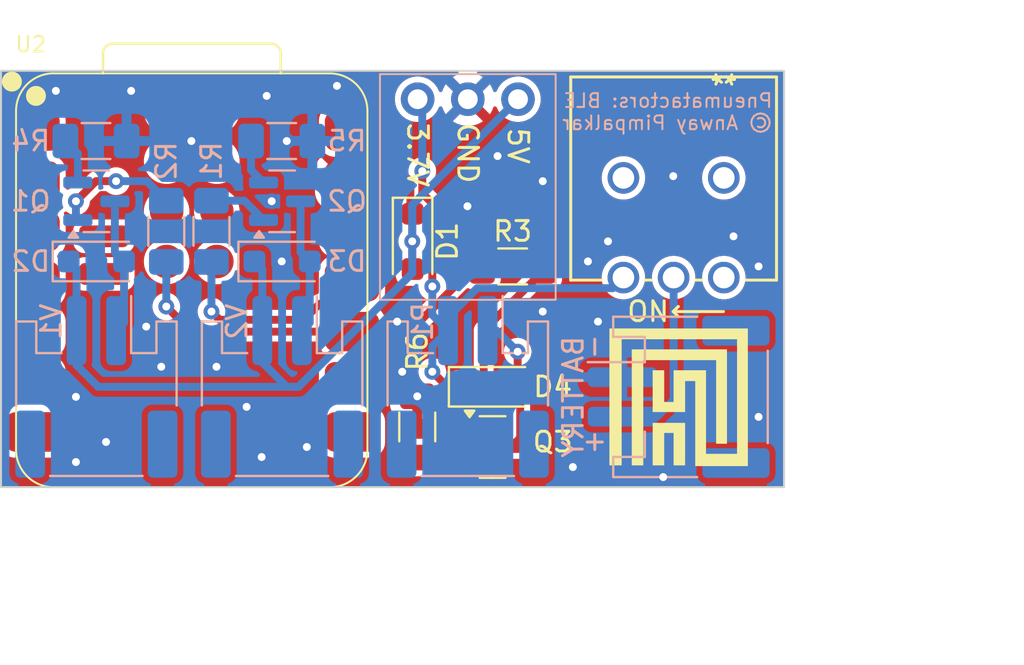
<source format=kicad_pcb>
(kicad_pcb (version 20241229) (generator "pcbnew") (generator_version "9.0")
  (layers (0 "F.Cu" signal) (2 "B.Cu" signal) (13 "F.Paste" user) (15 "B.Paste" user) (5 "F.SilkS" user "F.Silkscreen") (7 "B.SilkS" user "B.Silkscreen") (1 "F.Mask" user) (3 "B.Mask" user) (25 "Edge.Cuts" user))
  (net 0 "")
  (net 1 "5V")
  (net 2 "Net-(D3-A)")
  (net 3 "3.7V")
  (net 4 "GND")
  (net 5 "V_BATT")
  (net 6 "VALVE_1_PFM")
  (net 7 "VALVE_2_PFM")
  (net 8 "PUMP_PWM")
  (net 9 "Net-(D1-K)")
  (net 10 "Net-(D4-A)")
  (net 11 "Net-(Q1-S)")
  (net 12 "Net-(Q2-S)")
  (net 13 "Net-(Q3-S)")
  (net 14 "Net-(U2-PA6_A10_D10_MOSI)")
  (net 15 "Net-(U2-PA5_A9_D9_MISO)")
  (net 16 "Net-(U2-PA7_A8_D8_SCK)")
  (net 26 "Net-(D2-A)")
  (footprint "Package_TO_SOT_SMD:SOT-23" (layer "F.Cu") (at 40.64 39.878)
    (property "Reference" "Q3" (at 3.048 -0.254 0) (layer "F.SilkS"))
    (property "Value" "IRLML2060")
    (fp_line (start 0 -1.56) (end -0.65 -1.56) (stroke (width 0.12)) (layer "F.SilkS"))
    (fp_line (start 0 -1.56) (end 0.65 -1.56) (stroke (width 0.12)) (layer "F.SilkS"))
    (fp_line (start 0 1.56) (end -0.65 1.56) (stroke (width 0.12)) (layer "F.SilkS"))
    (fp_line (start 0 1.56) (end 0.65 1.56) (stroke (width 0.12)) (layer "F.SilkS"))
    (fp_poly (pts (xy -1.1625 -1.51) (xy -1.4025 -1.84) (xy -0.9225 -1.84)) (stroke (width 0.12)) (fill yes) (layer "F.SilkS"))
    (pad "1" smd roundrect (at -0.9375 -0.95) (size 1.475 0.6) (layers "F.Cu" "F.Mask" "F.Paste") (net 8 "PUMP_PWM"))
    (pad "2" smd roundrect (at -0.9375 0.95) (size 1.475 0.6) (layers "F.Cu" "F.Mask" "F.Paste") (net 13 "Net-(Q3-S)"))
    (pad "3" smd roundrect (at 0.9375 0) (size 1.475 0.6) (layers "F.Cu" "F.Mask" "F.Paste") (net 10 "Net-(D4-A)"))
  )
  (footprint "Pneumatactors:SW3_TS01A" (layer "F.Cu") (at 47.262 31.29915 -90)
    (property "Reference" "U1" (hide yes))
    (property "Value" "TS01AQE")
    (fp_line (start -10.16 2.667) (end 0.127 2.667) (stroke (width 0.1524)) (layer "F.SilkS"))
    (fp_line (start 0.127 2.667) (end 0.127 1.125699) (stroke (width 0.1524)) (layer "F.SilkS"))
    (fp_line (start 0.127 -1.125699) (end 0.127 -1.414301) (stroke (width 0.1524)) (layer "F.SilkS"))
    (fp_line (start 0.127 -3.665699) (end 0.127 -3.954301) (stroke (width 0.1524)) (layer "F.SilkS"))
    (fp_line (start 0.127 -6.205699) (end 0.127 -7.747) (stroke (width 0.1524)) (layer "F.SilkS"))
    (fp_line (start -10.16 -7.747) (end -10.16 2.667) (stroke (width 0.1524)) (layer "F.SilkS"))
    (fp_line (start 0.127 -7.747) (end -10.16 -7.747) (stroke (width 0.1524)) (layer "F.SilkS"))
    (fp_text user "*" (at -10.033 -5.08 90) (layer "F.SilkS"))
    (fp_text user "*" (at -10.033 -5.08 270) (layer "F.SilkS"))
    (pad "1" thru_hole circle (at 0 0 270) (size 1.6002 1.6002) (drill 1.0922) (layers "*.Cu" "*.Mask") (net 3 "3.7V"))
    (pad "2" thru_hole circle (at 0 -2.54 270) (size 1.6002 1.6002) (drill 1.0922) (layers "*.Cu" "*.Mask") (net 5 "V_BATT"))
    (pad "3" thru_hole circle (at 0 -5.08 270) (size 1.6002 1.6002) (drill 1.0922) (layers "*.Cu" "*.Mask"))
    (pad "4" thru_hole circle (at -5.04825 -5.08 270) (size 1.6002 1.6002) (drill 1.0922) (layers "*.Cu" "*.Mask"))
    (pad "5" thru_hole circle (at -5.04825 0 270) (size 1.6002 1.6002) (drill 1.0922) (layers "*.Cu" "*.Mask"))
  )
  (footprint "Diode_SMD:D_SOD-123F" (layer "F.Cu") (at 40.64 36.83)
    (property "Reference" "D4" (at 3.048 0 0) (layer "F.SilkS"))
    (property "Value" "1N4001")
    (fp_line (start -2.21 -1) (end -2.21 1) (stroke (width 0.12)) (layer "F.SilkS"))
    (fp_line (start -2.21 -1) (end 1.65 -1) (stroke (width 0.12)) (layer "F.SilkS"))
    (fp_line (start -2.21 1) (end 1.65 1) (stroke (width 0.12)) (layer "F.SilkS"))
    (pad "1" smd roundrect (at -1.4 0) (size 1.1 1.1) (layers "F.Cu" "F.Mask" "F.Paste") (roundrect_rratio 0.2272727273) (net 3 "3.7V"))
    (pad "2" smd roundrect (at 1.4 0) (size 1.1 1.1) (layers "F.Cu" "F.Mask" "F.Paste") (roundrect_rratio 0.2272727273) (net 10 "Net-(D4-A)"))
  )
  (footprint "Resistor_SMD:R_1206_3216Metric_Pad1.30x1.75mm_HandSolder" (layer "F.Cu") (at 36.83 38.862 -90)
    (property "Reference" "R6" (at -3.81 0 90) (layer "F.SilkS"))
    (property "Value" "10K")
    (fp_line (start -0.727064 0.91) (end 0.727064 0.91) (stroke (width 0.12)) (layer "F.SilkS"))
    (fp_line (start -0.727064 -0.91) (end 0.727064 -0.91) (stroke (width 0.12)) (layer "F.SilkS"))
    (pad "1" smd roundrect (at -1.55 0 270) (size 1.3 1.75) (layers "F.Cu" "F.Mask" "F.Paste") (roundrect_rratio 0.192308) (net 4 "GND"))
    (pad "2" smd roundrect (at 1.55 0 270) (size 1.3 1.75) (layers "F.Cu" "F.Mask" "F.Paste") (roundrect_rratio 0.192308) (net 13 "Net-(Q3-S)"))
  )
  (footprint "Resistor_SMD:R_1206_3216Metric_Pad1.30x1.75mm_HandSolder" (layer "F.Cu") (at 41.656 30.734)
    (property "Reference" "R3" (at 0 -1.778 0) (layer "F.SilkS"))
    (property "Value" "220")
    (fp_line (start -0.727064 -0.91) (end 0.727064 -0.91) (stroke (width 0.12)) (layer "F.SilkS"))
    (fp_line (start -0.727064 0.91) (end 0.727064 0.91) (stroke (width 0.12)) (layer "F.SilkS"))
    (pad "1" smd roundrect (at -1.55 0) (size 1.3 1.75) (layers "F.Cu" "F.Mask" "F.Paste") (roundrect_rratio 0.192308) (net 16 "Net-(U2-PA7_A8_D8_SCK)"))
    (pad "2" smd roundrect (at 1.55 0) (size 1.3 1.75) (layers "F.Cu" "F.Mask" "F.Paste") (roundrect_rratio 0.192308) (net 8 "PUMP_PWM"))
  )
  (footprint "Diode_SMD:D_SOD-123F" (layer "F.Cu") (at 36.594 29.468 -90)
    (property "Reference" "D1" (at -0.004 -1.76 270) (layer "F.SilkS"))
    (property "Value" "1N4001")
    (fp_line (start -2.21 1) (end 1.65 1) (stroke (width 0.12)) (layer "F.SilkS"))
    (fp_line (start -2.21 -1) (end -2.21 1) (stroke (width 0.12)) (layer "F.SilkS"))
    (fp_line (start -2.21 -1) (end 1.65 -1) (stroke (width 0.12)) (layer "F.SilkS"))
    (pad "1" smd roundrect (at -1.4 0 270) (size 1.1 1.1) (layers "F.Cu" "F.Mask" "F.Paste") (roundrect_rratio 0.2272727273) (net 9 "Net-(D1-K)"))
    (pad "2" smd roundrect (at 1.4 0 270) (size 1.1 1.1) (layers "F.Cu" "F.Mask" "F.Paste") (roundrect_rratio 0.2272727273) (net 1 "5V"))
  )
  (footprint "Pneumatactors:HAMR_Small" (layer "F.Cu") (at 50.056 37.342)
    (property "Reference" "G***" (hide yes))
    (property "Value" "LOGO" (hide yes))
    (fp_poly (pts (xy 0.328448 2.390373) (xy 0.328448 3.466954) (xy 0.036494 3.466954) (xy -0.25546 3.466954) (xy -0.25546 2.645833) (xy -0.25546 1.824712) (xy -0.492673 1.824712) (xy -0.729885 1.824712) (xy -0.729885 2.645833) (xy -0.729885 3.466954) (xy -1.021839 3.466954) (xy -1.313793 3.466954) (xy -1.313793 2.390373) (xy -1.313793 1.313793) (xy -0.492673 1.313793) (xy 0.328448 1.313793)) (fill yes) (layer "F.SilkS"))
    (fp_poly (pts (xy 2.445115 -0.018247) (xy 2.445115 2.372126) (xy 2.171408 2.372126) (xy 1.897701 2.372126) (xy 1.897701 0.25546) (xy 1.897701 -1.861207) (xy 0.054741 -1.861207) (xy -1.788219 -1.861207) (xy -1.788219 0.802873) (xy -1.788219 3.466954) (xy -2.080173 3.466954) (xy -2.372127 3.466954) (xy -2.372127 0.529166) (xy -2.372127 -2.408621) (xy 0.036494 -2.408621) (xy 2.445115 -2.408621)) (fill yes) (layer "F.SilkS"))
    (fp_poly (pts (xy 3.503448 0.018247) (xy 3.503448 3.503448) (xy 2.171408 3.503448) (xy 0.839368 3.503448) (xy 0.839368 1.350287) (xy 0.839368 -0.802874) (xy 0.583908 -0.802874) (xy 0.328448 -0.802874) (xy 0.328448 -0.018247) (xy 0.328448 0.766379) (xy -0.492673 0.766379) (xy -1.313793 0.766379) (xy -1.313793 -0.291954) (xy -1.313793 -1.350288) (xy -1.021839 -1.350288) (xy -0.729885 -1.350288) (xy -0.729885 -0.547414) (xy -0.729885 0.25546) (xy -0.492673 0.25546) (xy -0.25546 0.25546) (xy -0.25546 -0.547414) (xy -0.25546 -1.350288) (xy 0.565661 -1.350288) (xy 1.386781 -1.350288) (xy 1.386781 0.766379) (xy 1.386781 2.883046) (xy 2.171408 2.883046) (xy 2.956034 2.883046) (xy 2.956034 -0.018247) (xy 2.956034 -2.91954) (xy 0.036494 -2.91954) (xy -2.883046 -2.91954) (xy -2.883046 0.273707) (xy -2.883046 3.466954) (xy -3.193247 3.466954) (xy -3.503448 3.466954) (xy -3.503448 0) (xy -3.503448 -3.466954) (xy 0 -3.466954) (xy 3.503448 -3.466954)) (fill yes) (layer "F.SilkS"))
  )
  (footprint "XIAO-ESP32S3:XIAO-ESP32S3-SMD" (layer "F.Cu") (at 25.424364 31.449)
    (property "Reference" "U2" (at -9 -11.5 0) (layer "F.SilkS") (effects (font (size 0.78232 0.78232) (thickness 0.10668)) (justify left bottom)))
    (property "Value" "SeeeduinoXIAO")
    (fp_line (start -8.896364 8.56) (end -8.896364 -8.585) (stroke (width 0.1)) (layer "F.SilkS"))
    (fp_line (start -6.991364 10.465) (end 6.978636 10.465) (stroke (width 0.1)) (layer "F.SilkS"))
    (fp_line (start -4.501364 -10.49) (end -4.497636 -11.500272) (stroke (width 0.127)) (layer "F.SilkS"))
    (fp_line (start -3.997636 -12) (end 3.997636 -12) (stroke (width 0.127)) (layer "F.SilkS"))
    (fp_line (start 4.497636 -11.5) (end 4.497636 -10.49) (stroke (width 0.127)) (layer "F.SilkS"))
    (fp_line (start 6.978636 -10.49) (end -6.991364 -10.49) (stroke (width 0.1)) (layer "F.SilkS"))
    (fp_line (start 8.883636 8.56) (end 8.883636 -8.585) (stroke (width 0.1)) (layer "F.SilkS"))
    (fp_arc (start -8.896364 -8.589) (mid -8.338402 -9.936038) (end -6.991364 -10.494) (stroke (width 0.1)) (layer "F.SilkS"))
    (fp_arc (start -6.991364 10.465) (mid -8.338402 9.907038) (end -8.896364 8.56) (stroke (width 0.1)) (layer "F.SilkS"))
    (fp_arc (start -4.497636 -11.500272) (mid -4.351088 -11.853644) (end -3.997636 -12) (stroke (width 0.127)) (layer "F.SilkS"))
    (fp_arc (start 3.997636 -12) (mid 4.351189 -11.853553) (end 4.497636 -11.5) (stroke (width 0.127)) (layer "F.SilkS"))
    (fp_arc (start 6.978636 -10.49) (mid 8.325674 -9.932038) (end 8.883636 -8.585) (stroke (width 0.1)) (layer "F.SilkS"))
    (fp_arc (start 8.883636 8.56) (mid 8.325674 9.907038) (end 6.978636 10.465) (stroke (width 0.1)) (layer "F.SilkS"))
    (fp_circle (center -9.106364 -10.074) (end -9.106364 -10.328) (stroke (width 0.5)) (fill yes) (layer "F.SilkS"))
    (fp_circle (center -7.889364 -9.351) (end -7.889364 -9.605) (stroke (width 0.5)) (fill yes) (layer "F.SilkS"))
    (pad "1" smd roundrect (at -8.061364 -7.573) (size 2.75 2) (layers "F.Cu" "F.Mask" "F.Paste"))
    (pad "2" smd roundrect (at -8.061364 -5.033) (size 2.75 2) (layers "F.Cu" "F.Mask" "F.Paste"))
    (pad "3" smd roundrect (at -8.061364 -2.493) (size 2.75 2) (layers "F.Cu" "F.Mask" "F.Paste"))
    (pad "4" smd roundrect (at -8.061364 0.047) (size 2.75 2) (layers "F.Cu" "F.Mask" "F.Paste"))
    (pad "5" smd roundrect (at -8.061364 2.587) (size 2.75 2) (layers "F.Cu" "F.Mask" "F.Paste"))
    (pad "6" smd roundrect (at -8.061364 5.127) (size 2.75 2) (layers "F.Cu" "F.Mask" "F.Paste"))
    (pad "7" smd roundrect (at -8.061364 7.667) (size 2.75 2) (layers "F.Cu" "F.Mask" "F.Paste"))
    (pad "8" smd roundrect (at 8.103636 7.667) (size 2.75 2) (layers "F.Cu" "F.Mask" "F.Paste"))
    (pad "9" smd roundrect (at 8.103636 5.127) (size 2.75 2) (layers "F.Cu" "F.Mask" "F.Paste") (net 16 "Net-(U2-PA7_A8_D8_SCK)"))
    (pad "10" smd roundrect (at 8.103636 2.587) (size 2.75 2) (layers "F.Cu" "F.Mask" "F.Paste") (net 15 "Net-(U2-PA5_A9_D9_MISO)"))
    (pad "11" smd roundrect (at 8.103636 0.047) (size 2.75 2) (layers "F.Cu" "F.Mask" "F.Paste") (net 14 "Net-(U2-PA6_A10_D10_MOSI)"))
    (pad "12" smd roundrect (at 8.103636 -2.493) (size 2.75 2) (layers "F.Cu" "F.Mask" "F.Paste"))
    (pad "13" smd roundrect (at 8.103636 -5.033) (size 2.75 2) (layers "F.Cu" "F.Mask" "F.Paste") (net 4 "GND"))
    (pad "14" smd roundrect (at 8.103636 -7.573) (size 2.75 2) (layers "F.Cu" "F.Mask" "F.Paste") (net 9 "Net-(D1-K)"))
    (pad "15" smd roundrect (at -4.451364 -0.335 180) (size 2.5 1.1) (layers "F.Cu" "F.Mask" "F.Paste"))
    (pad "16" smd roundrect (at -4.451364 -2.24 180) (size 2.5 1.1) (layers "F.Cu" "F.Mask" "F.Paste"))
    (pad "17" smd circle (at -1.276364 -8.585) (size 1.7 1.7) (layers "F.Cu" "F.Mask" "F.Paste"))
    (pad "18" smd circle (at 1.263636 -8.585) (size 1.7 1.7) (layers "F.Cu" "F.Mask" "F.Paste"))
    (pad "19" smd circle (at -1.276364 -6.045) (size 1.7 1.7) (layers "F.Cu" "F.Mask" "F.Paste"))
    (pad "20" smd circle (at 1.263636 -6.045) (size 1.7 1.7) (layers "F.Cu" "F.Mask" "F.Paste"))
    (pad "21" smd circle (at -1.276364 -3.505) (size 1.7 1.7) (layers "F.Cu" "F.Mask" "F.Paste"))
    (pad "22" smd circle (at 1.263636 -3.505) (size 1.7 1.7) (layers "F.Cu" "F.Mask" "F.Paste"))
    (pad "23" smd circle (at -1.276364 -0.965) (size 1.7 1.7) (layers "F.Cu" "F.Mask" "F.Paste"))
    (pad "24" smd circle (at 1.263636 -0.965) (size 1.7 1.7) (layers "F.Cu" "F.Mask" "F.Paste"))
  )
  (footprint "Connector_JST:JST_PH_S2B-PH-SM4-TB_1x02-1MP_P2.00mm_Horizontal" (layer "B.Cu") (at 39.388 36.834 180)
    (property "Reference" "J3" (hide yes))
    (property "Value" "Pump")
    (fp_line (start 4.06 3.31) (end 3.04 3.31) (stroke (width 0.12)) (layer "B.SilkS"))
    (fp_line (start 4.06 -0.94) (end 4.06 3.31) (stroke (width 0.12)) (layer "B.SilkS"))
    (fp_line (start 3.04 3.31) (end 3.04 1.71) (stroke (width 0.12)) (layer "B.SilkS"))
    (fp_line (start 3.04 1.71) (end 1.76 1.71) (stroke (width 0.12)) (layer "B.SilkS"))
    (fp_line (start -1.76 1.71) (end -1.76 4.6) (stroke (width 0.12)) (layer "B.SilkS"))
    (fp_line (start -2.34 -4.51) (end 2.34 -4.51) (stroke (width 0.12)) (layer "B.SilkS"))
    (fp_line (start -3.04 3.31) (end -3.04 1.71) (stroke (width 0.12)) (layer "B.SilkS"))
    (fp_line (start -3.04 1.71) (end -1.76 1.71) (stroke (width 0.12)) (layer "B.SilkS"))
    (fp_line (start -4.06 3.31) (end -3.04 3.31) (stroke (width 0.12)) (layer "B.SilkS"))
    (fp_line (start -4.06 -0.94) (end -4.06 3.31) (stroke (width 0.12)) (layer "B.SilkS"))
    (pad "1" smd roundrect (at -1 2.85 180) (size 1 3.5) (layers "B.Cu" "B.Mask" "B.Paste") (net 10 "Net-(D4-A)"))
    (pad "2" smd roundrect (at 1 2.85 180) (size 1 3.5) (layers "B.Cu" "B.Mask" "B.Paste") (net 3 "3.7V"))
    (pad "MP" smd roundrect (at -3.35 -2.9 180) (size 1.5 3.4) (layers "B.Cu" "B.Mask" "B.Paste") (roundrect_rratio 0.166667))
    (pad "MP" smd roundrect (at 3.35 -2.9 180) (size 1.5 3.4) (layers "B.Cu" "B.Mask" "B.Paste") (roundrect_rratio 0.166667))
  )
  (footprint "Pneumatactors:Pololu 2564 Step Up" (layer "B.Cu") (at 39.388 19.0905)
    (property "Reference" "U3" (hide yes))
    (property "Value" "~")
    (fp_rect (start -4.445 13.335) (end 4.445 1.905) (stroke (width 0.1)) (fill no) (layer "B.SilkS"))
    (fp_text user "3.7V" (at -2.54 4.2815 270) (layer "F.SilkS") (effects (justify left)))
    (fp_text user "GND" (at 0 4.2815 270) (layer "F.SilkS") (effects (justify left)))
    (fp_text user "5V" (at 2.54 4.5355 270) (layer "F.SilkS") (effects (justify left)))
    (pad "1" thru_hole circle (at -2.54 3.175) (size 1.7 1.7) (drill 1) (layers "*.Cu" "*.Mask") (net 3 "3.7V"))
    (pad "2" thru_hole circle (at 0 3.175) (size 1.7 1.7) (drill 1) (layers "*.Cu" "*.Mask") (net 4 "GND"))
    (pad "3" thru_hole circle (at 2.54 3.175) (size 1.7 1.7) (drill 1) (layers "*.Cu" "*.Mask") (net 1 "5V"))
  )
  (footprint "Package_TO_SOT_SMD:SOT-23" (layer "B.Cu") (at 29.99 27.436)
    (property "Reference" "Q2" (at 3.284 -0.004 180) (layer "B.SilkS") (effects (justify mirror)))
    (property "Value" "IRLML2060")
    (fp_line (start 0 -1.56) (end -0.65 -1.56) (stroke (width 0.12)) (layer "B.SilkS"))
    (fp_line (start 0 -1.56) (end 0.65 -1.56) (stroke (width 0.12)) (layer "B.SilkS"))
    (fp_line (start 0 1.56) (end -0.65 1.56) (stroke (width 0.12)) (layer "B.SilkS"))
    (fp_line (start 0 1.56) (end 0.65 1.56) (stroke (width 0.12)) (layer "B.SilkS"))
    (fp_poly (pts (xy -1.1625 1.51) (xy -1.4025 1.84) (xy -0.9225 1.84)) (stroke (width 0.12)) (fill yes) (layer "B.SilkS"))
    (pad "1" smd roundrect (at -0.9375 0.95) (size 1.475 0.6) (layers "B.Cu" "B.Mask" "B.Paste") (net 7 "VALVE_2_PFM"))
    (pad "2" smd roundrect (at -0.9375 -0.95) (size 1.475 0.6) (layers "B.Cu" "B.Mask" "B.Paste") (net 12 "Net-(Q2-S)"))
    (pad "3" smd roundrect (at 0.9375 0) (size 1.475 0.6) (layers "B.Cu" "B.Mask" "B.Paste") (net 2 "Net-(D3-A)"))
  )
  (footprint "Resistor_SMD:R_1206_3216Metric_Pad1.30x1.75mm_HandSolder" (layer "B.Cu") (at 26.416 28.956 90)
    (property "Reference" "R1" (at 3.556 0 90) (layer "B.SilkS") (effects (justify mirror)))
    (property "Value" "220")
    (fp_line (start -0.727064 -0.91) (end 0.727064 -0.91) (stroke (width 0.12)) (layer "B.SilkS"))
    (fp_line (start -0.727064 0.91) (end 0.727064 0.91) (stroke (width 0.12)) (layer "B.SilkS"))
    (pad "1" smd roundrect (at -1.55 0 90) (size 1.3 1.75) (layers "B.Cu" "B.Mask" "B.Paste") (roundrect_rratio 0.192308) (net 14 "Net-(U2-PA6_A10_D10_MOSI)"))
    (pad "2" smd roundrect (at 1.55 0 90) (size 1.3 1.75) (layers "B.Cu" "B.Mask" "B.Paste") (roundrect_rratio 0.192308) (net 7 "VALVE_2_PFM"))
  )
  (footprint "Resistor_SMD:R_1206_3216Metric_Pad1.30x1.75mm_HandSolder" (layer "B.Cu") (at 29.972 24.384 180)
    (property "Reference" "R5" (at -3.302 0 0) (layer "B.SilkS") (effects (justify mirror)))
    (property "Value" "10K")
    (fp_line (start -0.727064 0.91) (end 0.727064 0.91) (stroke (width 0.12)) (layer "B.SilkS"))
    (fp_line (start -0.727064 -0.91) (end 0.727064 -0.91) (stroke (width 0.12)) (layer "B.SilkS"))
    (pad "1" smd roundrect (at -1.55 0 180) (size 1.3 1.75) (layers "B.Cu" "B.Mask" "B.Paste") (roundrect_rratio 0.192308) (net 4 "GND"))
    (pad "2" smd roundrect (at 1.55 0 180) (size 1.3 1.75) (layers "B.Cu" "B.Mask" "B.Paste") (roundrect_rratio 0.192308) (net 12 "Net-(Q2-S)"))
  )
  (footprint "Package_TO_SOT_SMD:SOT-23" (layer "B.Cu") (at 20.592 27.436)
    (property "Reference" "Q1" (at -3.32 -0.004 180) (layer "B.SilkS") (effects (justify mirror)))
    (property "Value" "IRLML2060")
    (fp_line (start 0 -1.56) (end -0.65 -1.56) (stroke (width 0.12)) (layer "B.SilkS"))
    (fp_line (start 0 -1.56) (end 0.65 -1.56) (stroke (width 0.12)) (layer "B.SilkS"))
    (fp_line (start 0 1.56) (end -0.65 1.56) (stroke (width 0.12)) (layer "B.SilkS"))
    (fp_line (start 0 1.56) (end 0.65 1.56) (stroke (width 0.12)) (layer "B.SilkS"))
    (fp_poly (pts (xy -1.1625 1.51) (xy -1.4025 1.84) (xy -0.9225 1.84)) (stroke (width 0.12)) (fill yes) (layer "B.SilkS"))
    (pad "1" smd roundrect (at -0.9375 0.95) (size 1.475 0.6) (layers "B.Cu" "B.Mask" "B.Paste") (net 6 "VALVE_1_PFM"))
    (pad "2" smd roundrect (at -0.9375 -0.95) (size 1.475 0.6) (layers "B.Cu" "B.Mask" "B.Paste") (net 11 "Net-(Q1-S)"))
    (pad "3" smd roundrect (at 0.9375 0) (size 1.475 0.6) (layers "B.Cu" "B.Mask" "B.Paste") (net 26 "Net-(D2-A)"))
  )
  (footprint "Connector_JST:JST_PH_S2B-PH-SM4-TB_1x02-1MP_P2.00mm_Horizontal" (layer "B.Cu") (at 50.056 37.342 -90)
    (property "Reference" "J4" (hide yes))
    (property "Value" "BATTERY")
    (fp_line (start -4.06 3.31) (end -3.04 3.31) (stroke (width 0.12)) (layer "B.SilkS"))
    (fp_line (start -3.04 3.31) (end -3.04 1.71) (stroke (width 0.12)) (layer "B.SilkS"))
    (fp_line (start 3.04 3.31) (end 3.04 1.71) (stroke (width 0.12)) (layer "B.SilkS"))
    (fp_line (start 4.06 3.31) (end 3.04 3.31) (stroke (width 0.12)) (layer "B.SilkS"))
    (fp_line (start -3.04 1.71) (end -1.76 1.71) (stroke (width 0.12)) (layer "B.SilkS"))
    (fp_line (start -1.76 1.71) (end -1.76 4.6) (stroke (width 0.12)) (layer "B.SilkS"))
    (fp_line (start 3.04 1.71) (end 1.76 1.71) (stroke (width 0.12)) (layer "B.SilkS"))
    (fp_line (start -4.06 -0.94) (end -4.06 3.31) (stroke (width 0.12)) (layer "B.SilkS"))
    (fp_line (start 4.06 -0.94) (end 4.06 3.31) (stroke (width 0.12)) (layer "B.SilkS"))
    (fp_line (start -2.34 -4.51) (end 2.34 -4.51) (stroke (width 0.12)) (layer "B.SilkS"))
    (pad "1" smd roundrect (at -1 2.85 270) (size 1 3.5) (layers "B.Cu" "B.Mask" "B.Paste") (net 4 "GND"))
    (pad "2" smd roundrect (at 1 2.85 270) (size 1 3.5) (layers "B.Cu" "B.Mask" "B.Paste") (net 5 "V_BATT"))
    (pad "MP" smd roundrect (at -3.35 -2.9 270) (size 1.5 3.4) (layers "B.Cu" "B.Mask" "B.Paste") (roundrect_rratio 0.166667))
    (pad "MP" smd roundrect (at 3.35 -2.9 270) (size 1.5 3.4) (layers "B.Cu" "B.Mask" "B.Paste") (roundrect_rratio 0.166667))
  )
  (footprint "Diode_SMD:D_SOD-123F" (layer "B.Cu") (at 20.592 30.484)
    (property "Reference" "D2" (at -3.32 -0.004 0) (layer "B.SilkS") (effects (justify mirror)))
    (property "Value" "1N4001")
    (fp_line (start -2.21 -1) (end 1.65 -1) (stroke (width 0.12)) (layer "B.SilkS"))
    (fp_line (start -2.21 1) (end -2.21 -1) (stroke (width 0.12)) (layer "B.SilkS"))
    (fp_line (start -2.21 1) (end 1.65 1) (stroke (width 0.12)) (layer "B.SilkS"))
    (pad "1" smd roundrect (at -1.4 0) (size 1.1 1.1) (layers "B.Cu" "B.Mask" "B.Paste") (roundrect_rratio 0.2272727273) (net 1 "5V"))
    (pad "2" smd roundrect (at 1.4 0) (size 1.1 1.1) (layers "B.Cu" "B.Mask" "B.Paste") (roundrect_rratio 0.2272727273) (net 26 "Net-(D2-A)"))
  )
  (footprint "Diode_SMD:D_SOD-123F" (layer "B.Cu") (at 29.99 30.484)
    (property "Reference" "D3" (at 3.284 -0.004 0) (layer "B.SilkS") (effects (justify mirror)))
    (property "Value" "1N4001")
    (fp_line (start -2.21 -1) (end 1.65 -1) (stroke (width 0.12)) (layer "B.SilkS"))
    (fp_line (start -2.21 1) (end -2.21 -1) (stroke (width 0.12)) (layer "B.SilkS"))
    (fp_line (start -2.21 1) (end 1.65 1) (stroke (width 0.12)) (layer "B.SilkS"))
    (pad "1" smd roundrect (at -1.4 0) (size 1.1 1.1) (layers "B.Cu" "B.Mask" "B.Paste") (roundrect_rratio 0.2272727273) (net 1 "5V"))
    (pad "2" smd roundrect (at 1.4 0) (size 1.1 1.1) (layers "B.Cu" "B.Mask" "B.Paste") (roundrect_rratio 0.2272727273) (net 2 "Net-(D3-A)"))
  )
  (footprint "Connector_JST:JST_PH_S2B-PH-SM4-TB_1x02-1MP_P2.00mm_Horizontal" (layer "B.Cu") (at 20.592 36.834 180)
    (property "Reference" "J1" (hide yes))
    (property "Value" "Valve_1")
    (fp_line (start 4.06 3.31) (end 3.04 3.31) (stroke (width 0.12)) (layer "B.SilkS"))
    (fp_line (start 4.06 -0.94) (end 4.06 3.31) (stroke (width 0.12)) (layer "B.SilkS"))
    (fp_line (start 3.04 3.31) (end 3.04 1.71) (stroke (width 0.12)) (layer "B.SilkS"))
    (fp_line (start 3.04 1.71) (end 1.76 1.71) (stroke (width 0.12)) (layer "B.SilkS"))
    (fp_line (start -1.76 1.71) (end -1.76 4.6) (stroke (width 0.12)) (layer "B.SilkS"))
    (fp_line (start -2.34 -4.51) (end 2.34 -4.51) (stroke (width 0.12)) (layer "B.SilkS"))
    (fp_line (start -3.04 3.31) (end -3.04 1.71) (stroke (width 0.12)) (layer "B.SilkS"))
    (fp_line (start -3.04 1.71) (end -1.76 1.71) (stroke (width 0.12)) (layer "B.SilkS"))
    (fp_line (start -4.06 3.31) (end -3.04 3.31) (stroke (width 0.12)) (layer "B.SilkS"))
    (fp_line (start -4.06 -0.94) (end -4.06 3.31) (stroke (width 0.12)) (layer "B.SilkS"))
    (pad "1" smd roundrect (at -1 2.85 180) (size 1 3.5) (layers "B.Cu" "B.Mask" "B.Paste") (net 26 "Net-(D2-A)"))
    (pad "2" smd roundrect (at 1 2.85 180) (size 1 3.5) (layers "B.Cu" "B.Mask" "B.Paste") (net 1 "5V"))
    (pad "MP" smd roundrect (at -3.35 -2.9 180) (size 1.5 3.4) (layers "B.Cu" "B.Mask" "B.Paste") (roundrect_rratio 0.166667))
    (pad "MP" smd roundrect (at 3.35 -2.9 180) (size 1.5 3.4) (layers "B.Cu" "B.Mask" "B.Paste") (roundrect_rratio 0.166667))
  )
  (footprint "Resistor_SMD:R_1206_3216Metric_Pad1.30x1.75mm_HandSolder" (layer "B.Cu") (at 24.13 28.956 90)
    (property "Reference" "R2" (at 3.556 0 90) (layer "B.SilkS") (effects (justify mirror)))
    (property "Value" "220")
    (fp_line (start -0.727064 -0.91) (end 0.727064 -0.91) (stroke (width 0.12)) (layer "B.SilkS"))
    (fp_line (start -0.727064 0.91) (end 0.727064 0.91) (stroke (width 0.12)) (layer "B.SilkS"))
    (pad "1" smd roundrect (at -1.55 0 90) (size 1.3 1.75) (layers "B.Cu" "B.Mask" "B.Paste") (roundrect_rratio 0.192308) (net 15 "Net-(U2-PA5_A9_D9_MISO)"))
    (pad "2" smd roundrect (at 1.55 0 90) (size 1.3 1.75) (layers "B.Cu" "B.Mask" "B.Paste") (roundrect_rratio 0.192308) (net 6 "VALVE_1_PFM"))
  )
  (footprint "Connector_JST:JST_PH_S2B-PH-SM4-TB_1x02-1MP_P2.00mm_Horizontal" (layer "B.Cu") (at 29.99 36.834 180)
    (property "Reference" "J2" (hide yes))
    (property "Value" "Valve_2")
    (fp_line (start 4.06 3.31) (end 3.04 3.31) (stroke (width 0.12)) (layer "B.SilkS"))
    (fp_line (start 4.06 -0.94) (end 4.06 3.31) (stroke (width 0.12)) (layer "B.SilkS"))
    (fp_line (start 3.04 3.31) (end 3.04 1.71) (stroke (width 0.12)) (layer "B.SilkS"))
    (fp_line (start 3.04 1.71) (end 1.76 1.71) (stroke (width 0.12)) (layer "B.SilkS"))
    (fp_line (start -1.76 1.71) (end -1.76 4.6) (stroke (width 0.12)) (layer "B.SilkS"))
    (fp_line (start -2.34 -4.51) (end 2.34 -4.51) (stroke (width 0.12)) (layer "B.SilkS"))
    (fp_line (start -3.04 3.31) (end -3.04 1.71) (stroke (width 0.12)) (layer "B.SilkS"))
    (fp_line (start -3.04 1.71) (end -1.76 1.71) (stroke (width 0.12)) (layer "B.SilkS"))
    (fp_line (start -4.06 3.31) (end -3.04 3.31) (stroke (width 0.12)) (layer "B.SilkS"))
    (fp_line (start -4.06 -0.94) (end -4.06 3.31) (stroke (width 0.12)) (layer "B.SilkS"))
    (pad "1" smd roundrect (at -1 2.85 180) (size 1 3.5) (layers "B.Cu" "B.Mask" "B.Paste") (net 2 "Net-(D3-A)"))
    (pad "2" smd roundrect (at 1 2.85 180) (size 1 3.5) (layers "B.Cu" "B.Mask" "B.Paste") (net 1 "5V"))
    (pad "MP" smd roundrect (at -3.35 -2.9 180) (size 1.5 3.4) (layers "B.Cu" "B.Mask" "B.Paste") (roundrect_rratio 0.166667))
    (pad "MP" smd roundrect (at 3.35 -2.9 180) (size 1.5 3.4) (layers "B.Cu" "B.Mask" "B.Paste") (roundrect_rratio 0.166667))
  )
  (footprint "Resistor_SMD:R_1206_3216Metric_Pad1.30x1.75mm_HandSolder" (layer "B.Cu") (at 20.574 24.384 180)
    (property "Reference" "R4" (at 3.302 0 0) (layer "B.SilkS") (effects (justify mirror)))
    (property "Value" "10K")
    (fp_line (start -0.727064 0.91) (end 0.727064 0.91) (stroke (width 0.12)) (layer "B.SilkS"))
    (fp_line (start -0.727064 -0.91) (end 0.727064 -0.91) (stroke (width 0.12)) (layer "B.SilkS"))
    (pad "1" smd roundrect (at -1.55 0 180) (size 1.3 1.75) (layers "B.Cu" "B.Mask" "B.Paste") (roundrect_rratio 0.192308) (net 4 "GND"))
    (pad "2" smd roundrect (at 1.55 0 180) (size 1.3 1.75) (layers "B.Cu" "B.Mask" "B.Paste") (roundrect_rratio 0.192308) (net 11 "Net-(Q1-S)"))
  )
  (gr_line (start 50.038 32.766) (end 49.784 33.02) (stroke (width 0.15)) (layer "F.SilkS"))
  (gr_line (start 52.324 33.02) (end 49.784 33.02) (stroke (width 0.15)) (layer "F.SilkS"))
  (gr_line (start 49.784 33.02) (end 50.038 33.274) (stroke (width 0.15)) (layer "F.SilkS"))
  (gr_line (start 49.784 33.02) (end 50.038 32.766) (stroke (width 0.15)) (layer "F.SilkS"))
  (gr_rect (start 15.766 20.828) (end 55.39 41.91) (stroke (width 0.1)) (fill no) (layer "Edge.Cuts"))
  (gr_text "ON" (at 48.514 33.02 0) (layer "F.SilkS") (effects (font (size 1 1))))
  (gr_text "V2" (at 27.704 33.532 90) (layer "B.SilkS") (effects (font (size 1 1)) (justify mirror)))
  (gr_text "P1" (at 37.102 33.532 90) (layer "B.SilkS") (effects (font (size 1 1)) (justify mirror)))
  (gr_text "+" (at 45.738 39.628 90) (layer "B.SilkS") (effects (font (size 1 1))))
  (gr_text "-" (at 45.738 34.802 90) (layer "B.SilkS") (effects (font (size 1 1))))
  (gr_text "BATTERY" (at 44.722 37.342 90) (layer "B.SilkS") (effects (font (size 1 1)) (justify mirror)))
  (gr_text "Pneumatactors: BLE\n© Anway Pimpalkar" (at 54.864 23.876 0) (layer "B.SilkS") (effects (font (size 0.7 0.7) (thickness 0.1)) (justify left bottom mirror)))
  (gr_text "V1" (at 18.306 33.532 90) (layer "B.SilkS") (effects (font (size 1 1)) (justify mirror)))
  (segment (start 36.576 30.85) (end 36.594 30.868) (width 0.4) (layer "F.Cu") (net 1))
  (segment (start 36.576 29.464) (end 36.576 30.85) (width 0.4) (layer "F.Cu") (net 1))
  (via (at 36.576 29.464) (size 0.8) (drill 0.4) (layers "F.Cu" "B.Cu") (net 1))
  (segment (start 19.592 30.884) (end 19.192 30.484) (width 0.4) (layer "B.Cu") (net 1))
  (segment (start 36.576 27.6175) (end 36.576 31.07558) (width 0.4) (layer "B.Cu") (net 1))
  (segment (start 19.592 35.734) (end 19.592 33.984) (width 0.4) (layer "B.Cu") (net 1))
  (segment (start 30.734 36.83) (end 30.226 36.83) (width 0.4) (layer "B.Cu") (net 1))
  (segment (start 30.82158 36.83) (end 30.734 36.83) (width 0.4) (layer "B.Cu") (net 1))
  (segment (start 36.576 31.07558) (end 30.82158 36.83) (width 0.4) (layer "B.Cu") (net 1))
  (segment (start 36.576 27.6175) (end 36.576 29.464) (width 0.4) (layer "B.Cu") (net 1))
  (segment (start 30.226 36.83) (end 28.99 35.594) (width 0.4) (layer "B.Cu") (net 1))
  (segment (start 28.99 33.984) (end 28.99 30.884) (width 0.4) (layer "B.Cu") (net 1))
  (segment (start 28.99 30.884) (end 28.59 30.484) (width 0.4) (layer "B.Cu") (net 1))
  (segment (start 41.928 22.2655) (end 36.576 27.6175) (width 0.4) (layer "B.Cu") (net 1))
  (segment (start 20.688 36.83) (end 19.592 35.734) (width 0.4) (layer "B.Cu") (net 1))
  (segment (start 19.592 33.984) (end 19.592 30.884) (width 0.4) (layer "B.Cu") (net 1))
  (segment (start 28.99 35.594) (end 28.99 33.984) (width 0.4) (layer "B.Cu") (net 1))
  (segment (start 30.734 36.83) (end 20.688 36.83) (width 0.4) (layer "B.Cu") (net 1))
  (segment (start 31.39 30.484) (end 31.39 33.584) (width 0.4) (layer "B.Cu") (net 2))
  (segment (start 31.39 33.584) (end 30.99 33.984) (width 0.4) (layer "B.Cu") (net 2))
  (segment (start 30.9275 27.436) (end 30.9275 30.0215) (width 0.4) (layer "B.Cu") (net 2))
  (segment (start 30.9275 30.0215) (end 31.39 30.484) (width 0.4) (layer "B.Cu") (net 2))
  (segment (start 37.084 27.03042) (end 37.592 27.53842) (width 0.4) (layer "F.Cu") (net 3))
  (segment (start 37.592 27.53842) (end 37.592 31.75) (width 0.4) (layer "F.Cu") (net 3))
  (segment (start 39.24 36.83) (end 38.354 36.83) (width 0.4) (layer "F.Cu") (net 3))
  (segment (start 38.354 36.83) (end 37.592 36.068) (width 0.4) (layer "F.Cu") (net 3))
  (segment (start 37.084 25.908) (end 37.084 27.03042) (width 0.4) (layer "F.Cu") (net 3))
  (via (at 37.592 36.068) (size 0.8) (drill 0.4) (layers "F.Cu" "B.Cu") (net 3))
  (via (at 37.084 25.908) (size 0.8) (drill 0.4) (layers "F.Cu" "B.Cu") (net 3))
  (via (at 37.592 31.75) (size 0.8) (drill 0.4) (layers "F.Cu" "B.Cu") (net 3))
  (segment (start 47.262 31.29915) (end 46.72815 31.833) (width 0.4) (layer "B.Cu") (net 3))
  (segment (start 37.592 33.188) (end 38.388 33.984) (width 0.4) (layer "B.Cu") (net 3))
  (segment (start 37.592 36.068) (end 37.592 34.78) (width 0.4) (layer "B.Cu") (net 3))
  (segment (start 37.592 34.78) (end 38.388 33.984) (width 0.4) (layer "B.Cu") (net 3))
  (segment (start 37.592 31.75) (end 37.592 33.188) (width 0.4) (layer "B.Cu") (net 3))
  (segment (start 37.084 22.5015) (end 36.848 22.2655) (width 0.4) (layer "B.Cu") (net 3))
  (segment (start 37.084 25.908) (end 37.084 22.5015) (width 0.4) (layer "B.Cu") (net 3))
  (segment (start 38.388 33.30642) (end 38.388 33.984) (width 0.4) (layer "B.Cu") (net 3))
  (segment (start 39.86142 31.833) (end 38.388 33.30642) (width 0.4) (layer "B.Cu") (net 3))
  (segment (start 46.72815 31.833) (end 39.86142 31.833) (width 0.4) (layer "B.Cu") (net 3))
  (via (at 26.67 35.814) (size 0.8) (drill 0.4) (layers "F.Cu" "B.Cu") (net 4))
  (via (at 35.814 33.528) (size 0.8) (drill 0.4) (layers "F.Cu" "B.Cu") (net 4))
  (via (at 54.102 38.354) (size 0.8) (drill 0.4) (layers "F.Cu" "B.Cu") (net 4))
  (via (at 40.894 25.146) (size 0.8) (drill 0.4) (layers "F.Cu" "B.Cu") (net 4))
  (via (at 21.082 39.624) (size 0.8) (drill 0.4) (layers "F.Cu" "B.Cu") (net 4))
  (via (at 31.242 39.878) (size 0.8) (drill 0.4) (layers "F.Cu" "B.Cu") (net 4))
  (via (at 28.956 40.386) (size 0.8) (drill 0.4) (layers "F.Cu" "B.Cu") (net 4))
  (via (at 18.542 21.844) (size 0.8) (drill 0.4) (layers "F.Cu" "B.Cu") (net 4))
  (via (at 49.784 26.162) (size 0.8) (drill 0.4) (layers "F.Cu" "B.Cu") (net 4))
  (via (at 29.21 22.098) (size 0.8) (drill 0.4) (layers "F.Cu" "B.Cu") (net 4))
  (via (at 54.102 30.734) (size 0.8) (drill 0.4) (layers "F.Cu" "B.Cu") (net 4))
  (via (at 44.704 40.894) (size 0.8) (drill 0.4) (layers "F.Cu" "B.Cu") (net 4))
  (via (at 19.558 40.64) (size 0.8) (drill 0.4) (layers "F.Cu" "B.Cu") (net 4))
  (via (at 36.068 36.068) (size 0.8) (drill 0.4) (layers "F.Cu" "B.Cu") (net 4))
  (via (at 52.832 29.21) (size 0.8) (drill 0.4) (layers "F.Cu" "B.Cu") (net 4))
  (via (at 19.558 37.338) (size 0.8) (drill 0.4) (layers "F.Cu" "B.Cu") (net 4))
  (via (at 29.972 30.48) (size 0.8) (drill 0.4) (layers "F.Cu" "B.Cu") (net 4))
  (via (at 23.876 35.814) (size 0.8) (drill 0.4) (layers "F.Cu" "B.Cu") (net 4))
  (via (at 43.18 26.416) (size 0.8) (drill 0.4) (layers "F.Cu" "B.Cu") (net 4))
  (via (at 45.974 33.528) (size 0.8) (drill 0.4) (layers "F.Cu" "B.Cu") (net 4))
  (via (at 43.18 33.02) (size 0.8) (drill 0.4) (layers "F.Cu" "B.Cu") (net 4))
  (via (at 28.194 37.846) (size 0.8) (drill 0.4) (layers "F.Cu" "B.Cu") (net 4))
  (via (at 29.464 27.432) (size 0.8) (drill 0.4) (layers "F.Cu" "B.Cu") (net 4))
  (via (at 39.37 27.686) (size 0.8) (drill 0.4) (layers "F.Cu" "B.Cu") (net 4))
  (via (at 49.276 41.402) (size 0.8) (drill 0.4) (layers "F.Cu" "B.Cu") (net 4))
  (via (at 22.352 21.844) (size 0.8) (drill 0.4) (layers "F.Cu" "B.Cu") (net 4))
  (via (at 32.766 21.59) (size 0.8) (drill 0.4) (layers "F.Cu" "B.Cu") (net 4))
  (via (at 23.114 33.782) (size 0.8) (drill 0.4) (layers "F.Cu" "B.Cu") (net 4))
  (via (at 36.83 37.312) (size 0.8) (drill 0.4) (layers "F.Cu" "B.Cu") (net 4))
  (via (at 45.466 30.48) (size 0.8) (drill 0.4) (layers "F.Cu" "B.Cu") (net 4))
  (via (at 46.482 29.464) (size 0.8) (drill 0.4) (layers "F.Cu" "B.Cu") (net 4))
  (via (at 30.226 24.384) (size 0.8) (drill 0.4) (layers "F.Cu" "B.Cu") (net 4))
  (via (at 25.4 24.384) (size 0.8) (drill 0.4) (layers "F.Cu" "B.Cu") (net 4))
  (segment (start 47.206 38.342) (end 48.956 38.342) (width 0.4) (layer "B.Cu") (net 5))
  (segment (start 49.802 37.496) (end 49.802 31.29915) (width 0.4) (layer "B.Cu") (net 5))
  (segment (start 48.956 38.342) (end 49.802 37.496) (width 0.4) (layer "B.Cu") (net 5))
  (segment (start 21.59 26.416) (end 20.574 26.416) (width 0.4) (layer "F.Cu") (net 6))
  (segment (start 20.574 26.416) (end 19.558 27.432) (width 0.4) (layer "F.Cu") (net 6))
  (via (at 21.59 26.416) (size 0.8) (drill 0.4) (layers "F.Cu" "B.Cu") (net 6))
  (via (at 19.558 27.432) (size 0.8) (drill 0.4) (layers "F.Cu" "B.Cu") (net 6))
  (segment (start 24.13 27.406) (end 23.14 26.416) (width 0.4) (layer "B.Cu") (net 6))
  (segment (start 19.558 27.432) (end 19.558 28.2895) (width 0.4) (layer "B.Cu") (net 6))
  (segment (start 19.558 28.2895) (end 19.6545 28.386) (width 0.4) (layer "B.Cu") (net 6))
  (segment (start 23.14 26.416) (end 21.59 26.416) (width 0.4) (layer "B.Cu") (net 6))
  (segment (start 26.416 27.406) (end 28.0725 27.406) (width 0.4) (layer "B.Cu") (net 7))
  (segment (start 28.0725 27.406) (end 29.0525 28.386) (width 0.4) (layer "B.Cu") (net 7))
  (segment (start 43.206 30.734) (end 43.206 30.962) (width 0.4) (layer "F.Cu") (net 8))
  (segment (start 43.206 30.962) (end 40.191 33.977) (width 0.4) (layer "F.Cu") (net 8))
  (segment (start 40.191 38.4395) (end 39.7025 38.928) (width 0.4) (layer "F.Cu") (net 8))
  (segment (start 40.191 33.977) (end 40.191 38.4395) (width 0.4) (layer "F.Cu") (net 8))
  (segment (start 36.483 26.439786) (end 36.483 27.957) (width 0.4) (layer "F.Cu") (net 9))
  (segment (start 36.483 27.957) (end 36.594 28.068) (width 0.4) (layer "F.Cu") (net 9))
  (segment (start 33.528 23.876) (end 33.919214 23.876) (width 0.4) (layer "F.Cu") (net 9))
  (segment (start 33.919214 23.876) (end 36.483 26.439786) (width 0.4) (layer "F.Cu") (net 9))
  (segment (start 42.04 39.4155) (end 41.5775 39.878) (width 0.4) (layer "F.Cu") (net 10))
  (segment (start 41.91 35.052) (end 41.91 36.7) (width 0.4) (layer "F.Cu") (net 10))
  (segment (start 41.91 36.7) (end 42.04 36.83) (width 0.4) (layer "F.Cu") (net 10))
  (segment (start 42.04 36.83) (end 42.04 39.4155) (width 0.4) (layer "F.Cu") (net 10))
  (via (at 41.91 35.052) (size 0.8) (drill 0.4) (layers "F.Cu" "B.Cu") (net 10))
  (segment (start 40.388 33.984) (end 40.842 33.984) (width 0.4) (layer "B.Cu") (net 10))
  (segment (start 40.842 33.984) (end 41.91 35.052) (width 0.4) (layer "B.Cu") (net 10))
  (segment (start 19.6545 25.0145) (end 19.024 24.384) (width 0.4) (layer "B.Cu") (net 11))
  (segment (start 19.6545 26.486) (end 19.6545 25.0145) (width 0.4) (layer "B.Cu") (net 11))
  (segment (start 28.422 25.8555) (end 29.0525 26.486) (width 0.4) (layer "B.Cu") (net 12))
  (segment (start 28.422 24.384) (end 28.422 25.8555) (width 0.4) (layer "B.Cu") (net 12))
  (segment (start 39.7025 40.828) (end 37.246 40.828) (width 0.4) (layer "F.Cu") (net 13))
  (segment (start 37.246 40.828) (end 36.83 40.412) (width 0.4) (layer "F.Cu") (net 13))
  (segment (start 33.528 31.496) (end 32.389 32.635) (width 0.4) (layer "F.Cu") (net 14))
  (segment (start 26.831 33.435) (end 26.416 33.02) (width 0.4) (layer "F.Cu") (net 14))
  (segment (start 31.081 33.435) (end 26.831 33.435) (width 0.4) (layer "F.Cu") (net 14))
  (segment (start 32.389 32.635) (end 31.881 32.635) (width 0.4) (layer "F.Cu") (net 14))
  (segment (start 31.881 32.635) (end 31.081 33.435) (width 0.4) (layer "F.Cu") (net 14))
  (via (at 26.416 33.02) (size 0.8) (drill 0.4) (layers "F.Cu" "B.Cu") (net 14))
  (segment (start 26.416 33.02) (end 26.416 30.506) (width 0.4) (layer "B.Cu") (net 14))
  (segment (start 25.4 34.036) (end 24.13 32.766) (width 0.4) (layer "F.Cu") (net 15))
  (segment (start 33.528 34.036) (end 25.4 34.036) (width 0.4) (layer "F.Cu") (net 15))
  (via (at 24.13 32.766) (size 0.8) (drill 0.4) (layers "F.Cu" "B.Cu") (net 15))
  (segment (start 24.13 32.766) (end 24.13 30.506) (width 0.4) (layer "B.Cu") (net 15))
  (segment (start 39.740786 30.734) (end 33.898786 36.576) (width 0.4) (layer "F.Cu") (net 16))
  (segment (start 33.898786 36.576) (end 33.528 36.576) (width 0.4) (layer "F.Cu") (net 16))
  (segment (start 40.106 30.734) (end 39.740786 30.734) (width 0.4) (layer "F.Cu") (net 16))
  (segment (start 21.5295 27.436) (end 21.5295 30.0215) (width 0.4) (layer "B.Cu") (net 26))
  (segment (start 21.992 33.584) (end 21.592 33.984) (width 0.4) (layer "B.Cu") (net 26))
  (segment (start 21.5295 30.0215) (end 21.992 30.484) (width 0.4) (layer "B.Cu") (net 26))
  (segment (start 21.992 30.484) (end 21.992 33.584) (width 0.4) (layer "B.Cu") (net 26))
  (zone (net 4) (net_name "GND") (layers "F.Cu" "B.Cu") (connect_pads (clearance 0.3)) (min_thickness 0.2) (fill yes (thermal_gap 0.5) (thermal_bridge_width 0.5))
    (polygon (pts (xy 55.372 20.828) (xy 15.748 20.828) (xy 15.748 41.91) (xy 55.372 41.91)))
  )
)
</source>
